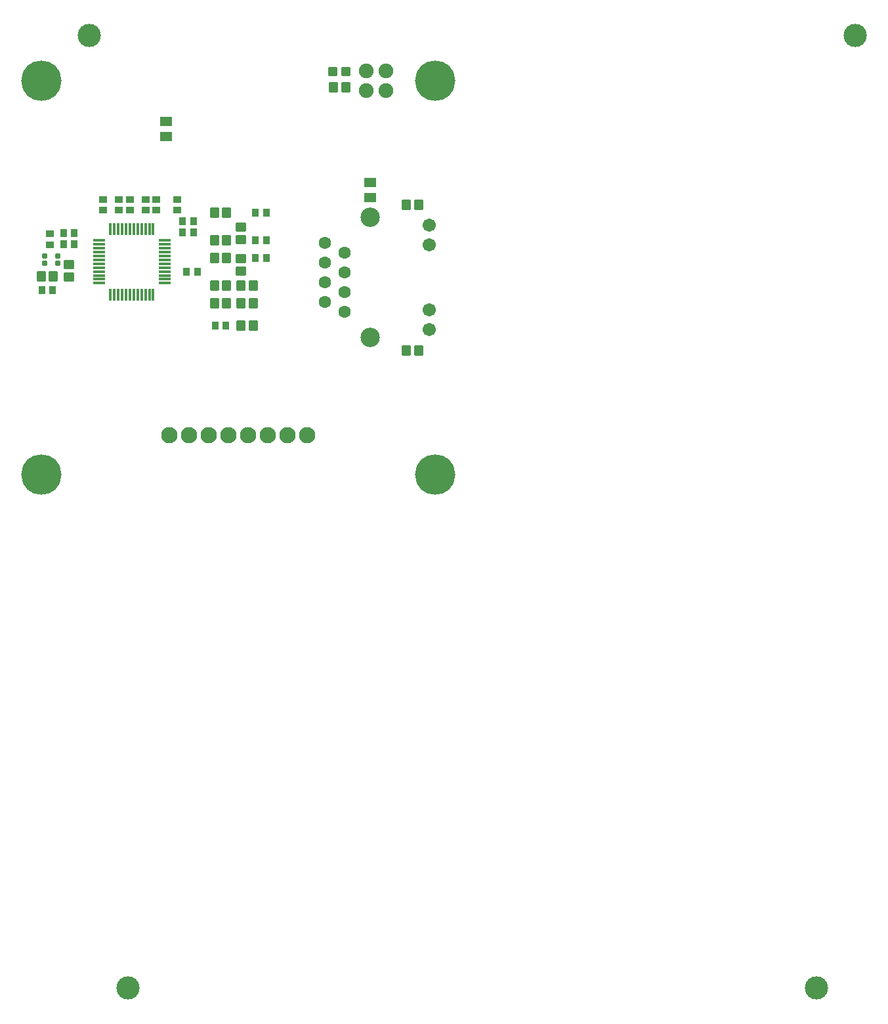
<source format=gts>
G04 Layer: TopSolderMaskLayer*
G04 Panelize: V-CUT, Column: 2, Row: 2, Board Size: 58.42mm x 58.42mm, Panelized Board Size: 118.84mm x 118.84mm*
G04 EasyEDA v6.5.34, 2023-09-08 22:56:44*
G04 913679b3e6e84f05a743068e7cf01868,5a6b42c53f6a479593ecc07194224c93,10*
G04 Gerber Generator version 0.2*
G04 Scale: 100 percent, Rotated: No, Reflected: No *
G04 Dimensions in millimeters *
G04 leading zeros omitted , absolute positions ,4 integer and 5 decimal *
%FSLAX45Y45*%
%MOMM*%

%AMMACRO1*1,1,$1,$2,$3*1,1,$1,$4,$5*1,1,$1,0-$2,0-$3*1,1,$1,0-$4,0-$5*20,1,$1,$2,$3,$4,$5,0*20,1,$1,$4,$5,0-$2,0-$3,0*20,1,$1,0-$2,0-$3,0-$4,0-$5,0*20,1,$1,0-$4,0-$5,$2,$3,0*4,1,4,$2,$3,$4,$5,0-$2,0-$3,0-$4,0-$5,$2,$3,0*%
%ADD10MACRO1,0.1016X-0.45X-0.4X-0.45X0.4*%
%ADD11MACRO1,0.1016X-0.6885X-0.5663X0.6885X-0.5663*%
%ADD12MACRO1,0.1016X-0.6885X0.5663X0.6885X0.5663*%
%ADD13MACRO1,0.2032X-0.5X0.55X0.5X0.55*%
%ADD14MACRO1,0.1016X-0.2925X0.266X0.2925X0.266*%
%ADD15MACRO1,0.1016X0.4X-0.45X-0.4X-0.45*%
%ADD16MACRO1,0.2032X0.55X0.5X0.55X-0.5*%
%ADD17MACRO1,0.1016X-0.4X0.45X0.4X0.45*%
%ADD18MACRO1,0.2032X0.5X-0.55X-0.5X-0.55*%
%ADD19MACRO1,0.2032X-0.45X-0.5X-0.45X0.5*%
%ADD20MACRO1,0.2032X-0.55X-0.5X-0.55X0.5*%
%ADD21O,1.6000222X0.3700272*%
%ADD22O,0.3700272X1.6000222*%
%ADD23C,5.2032*%
%ADD24C,2.1016*%
%ADD25C,2.5032*%
%ADD26C,1.6032*%
%ADD27C,1.7032*%
%ADD28C,1.9016*%
%ADD29C,3.0000*%

%LPD*%
D10*
G01*
X2133600Y3930799D03*
G01*
X2133600Y3790800D03*
D11*
G01*
X4622796Y4147926D03*
D12*
G01*
X4622796Y3954673D03*
D11*
G01*
X1993896Y4935326D03*
D12*
G01*
X1993896Y4742073D03*
D13*
G01*
X5248907Y3860800D03*
G01*
X5088907Y3860800D03*
G01*
X5248907Y1981200D03*
G01*
X5088907Y1981200D03*
D14*
G01*
X421259Y3197097D03*
G01*
X421259Y3102102D03*
G01*
X594740Y3102102D03*
G01*
X594740Y3197097D03*
D10*
G01*
X1866900Y3930799D03*
G01*
X1866900Y3790800D03*
G01*
X1727200Y3930799D03*
G01*
X1727200Y3790800D03*
G01*
X1524000Y3930799D03*
G01*
X1524000Y3790800D03*
G01*
X1384300Y3930799D03*
G01*
X1384300Y3790800D03*
G01*
X1181100Y3930799D03*
G01*
X1181100Y3790800D03*
D15*
G01*
X666600Y3492500D03*
G01*
X806599Y3492500D03*
G01*
X666600Y3352800D03*
G01*
X806599Y3352800D03*
D16*
G01*
X736600Y2929892D03*
G01*
X736600Y3089892D03*
D17*
G01*
X527199Y2755900D03*
G01*
X387200Y2755900D03*
D13*
G01*
X537207Y2933700D03*
G01*
X377207Y2933700D03*
D10*
G01*
X495300Y3486299D03*
G01*
X495300Y3346300D03*
D17*
G01*
X2343299Y3505200D03*
G01*
X2203300Y3505200D03*
D18*
G01*
X2612392Y3759200D03*
G01*
X2772392Y3759200D03*
D17*
G01*
X2343299Y3644900D03*
G01*
X2203300Y3644900D03*
D18*
G01*
X2612392Y3175000D03*
G01*
X2772392Y3175000D03*
G01*
X2612392Y3403600D03*
G01*
X2772392Y3403600D03*
D17*
G01*
X2394099Y2997200D03*
G01*
X2254100Y2997200D03*
D18*
G01*
X4149092Y5372100D03*
G01*
X4309092Y5372100D03*
D19*
G01*
X4144091Y5575292D03*
G01*
X4314090Y5575292D03*
D18*
G01*
X2612392Y2819400D03*
G01*
X2772392Y2819400D03*
G01*
X2612392Y2590800D03*
G01*
X2772392Y2590800D03*
G01*
X2955292Y2819400D03*
G01*
X3115292Y2819400D03*
D13*
G01*
X3115307Y2590800D03*
G01*
X2955307Y2590800D03*
D18*
G01*
X2955292Y2298700D03*
G01*
X3115292Y2298700D03*
D17*
G01*
X2762399Y2298700D03*
G01*
X2622400Y2298700D03*
G01*
X3283099Y3175000D03*
G01*
X3143100Y3175000D03*
G01*
X3283099Y3403600D03*
G01*
X3143100Y3403600D03*
D20*
G01*
X2959100Y3572507D03*
G01*
X2959100Y3412507D03*
G01*
X2959100Y3166107D03*
G01*
X2959100Y3006107D03*
D15*
G01*
X3143100Y3759200D03*
G01*
X3283099Y3759200D03*
D21*
G01*
X1974392Y2849194D03*
G01*
X1974392Y2899206D03*
G01*
X1974392Y2949194D03*
G01*
X1974392Y2999206D03*
G01*
X1974392Y3049193D03*
G01*
X1974392Y3099206D03*
G01*
X1974392Y3149193D03*
G01*
X1974392Y3199206D03*
G01*
X1974392Y3249193D03*
G01*
X1974392Y3299205D03*
G01*
X1974392Y3349193D03*
G01*
X1974392Y3399205D03*
D22*
G01*
X1824405Y3549192D03*
G01*
X1774393Y3549192D03*
G01*
X1724405Y3549192D03*
G01*
X1674393Y3549192D03*
G01*
X1624406Y3549192D03*
G01*
X1574393Y3549192D03*
G01*
X1524406Y3549192D03*
G01*
X1474393Y3549192D03*
G01*
X1424406Y3549192D03*
G01*
X1374394Y3549192D03*
G01*
X1324406Y3549192D03*
G01*
X1274394Y3549192D03*
D21*
G01*
X1124407Y3399205D03*
G01*
X1124407Y3349193D03*
G01*
X1124407Y3299205D03*
G01*
X1124407Y3249193D03*
G01*
X1124407Y3199206D03*
G01*
X1124407Y3149193D03*
G01*
X1124407Y3099206D03*
G01*
X1124407Y3049193D03*
G01*
X1124407Y2999206D03*
G01*
X1124407Y2949194D03*
G01*
X1124407Y2899206D03*
G01*
X1124407Y2849194D03*
D22*
G01*
X1274394Y2699207D03*
G01*
X1324406Y2699207D03*
G01*
X1374394Y2699207D03*
G01*
X1424406Y2699207D03*
G01*
X1474393Y2699207D03*
G01*
X1524406Y2699207D03*
G01*
X1574393Y2699207D03*
G01*
X1624406Y2699207D03*
G01*
X1674393Y2699207D03*
G01*
X1724405Y2699207D03*
G01*
X1774393Y2699207D03*
G01*
X1824405Y2699207D03*
D23*
G01*
X381000Y5461000D03*
G01*
X5461000Y5461000D03*
G01*
X5461000Y381000D03*
G01*
X381000Y381000D03*
D24*
G01*
X2032000Y889000D03*
G01*
X2286000Y889000D03*
G01*
X2540000Y889000D03*
G01*
X2794000Y889000D03*
G01*
X3048000Y889000D03*
G01*
X3302000Y889000D03*
G01*
X3556000Y889000D03*
G01*
X3810000Y889000D03*
D25*
G01*
X4622800Y2146604D03*
G01*
X4622800Y3695598D03*
D26*
G01*
X4292803Y2985109D03*
G01*
X4292803Y3239109D03*
G01*
X4292803Y2731109D03*
G01*
X4292803Y2477109D03*
G01*
X4038803Y2858109D03*
G01*
X4038803Y3112109D03*
G01*
X4038803Y3366109D03*
G01*
X4038803Y2604109D03*
D27*
G01*
X5384800Y2502103D03*
G01*
X5384800Y3340100D03*
G01*
X5384800Y2248103D03*
G01*
X5384800Y3594100D03*
D28*
G01*
X4826000Y5588000D03*
G01*
X4826000Y5334000D03*
G01*
X4572000Y5334000D03*
G01*
X4572000Y5588000D03*
D29*
G01*
X999997Y6041999D03*
G01*
X10884001Y6041999D03*
G01*
X1499996Y-6241999D03*
G01*
X10384002Y-6241999D03*
M02*

</source>
